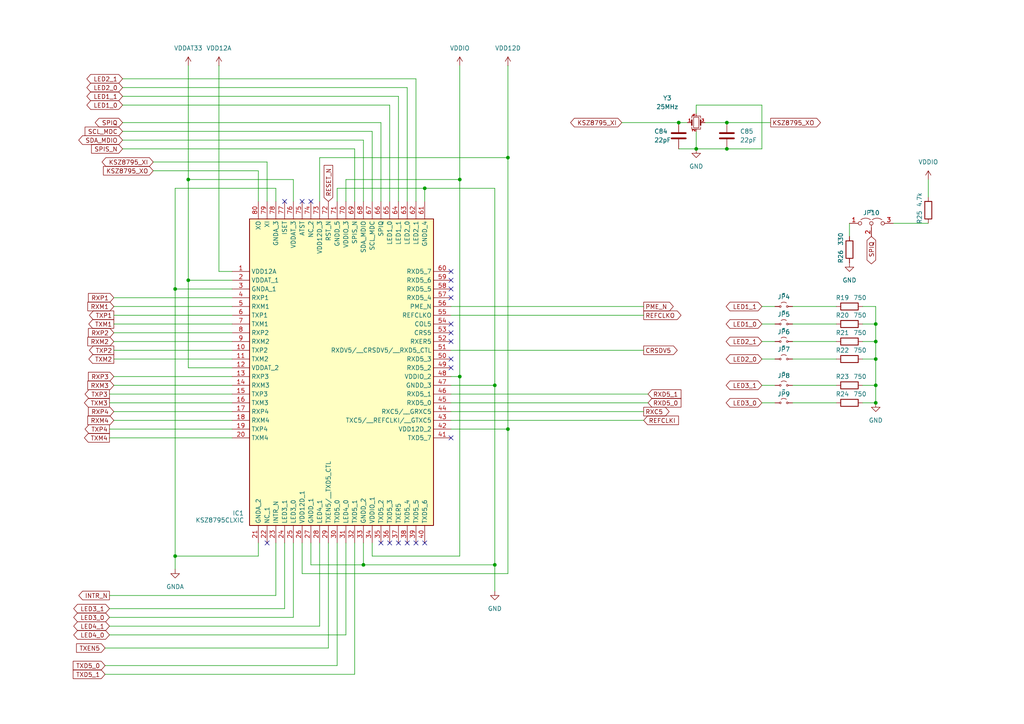
<source format=kicad_sch>
(kicad_sch (version 20250114) (generator "eeschema") (generator_version "9.0")
  (paper "A4")
  (lib_symbols
    (symbol "Device:C" (pin_numbers (hide yes)) (pin_names (offset 0.254))
      (property "Reference" "C" (at 0.635 2.54 0))
      (property "Value" "C" (at 0.635 -2.54 0))
      (symbol "C_0_1"
        (polyline (pts (xy -2.032 0.762) (xy 2.032 0.762)) (stroke (width 0.508)))
        (polyline (pts (xy -2.032 -0.762) (xy 2.032 -0.762)) (stroke (width 0.508)))
      )
      (symbol "C_1_1"
        (pin passive line (at 0 3.81 270) (length 2.794) (name "~") (number "1"))
        (pin passive line (at 0 -3.81 90) (length 2.794) (name "~") (number "2"))
      )
    )
    (symbol "Device:Crystal_GND24_Small" (pin_names (offset 1.016) (hide yes))
      (property "Reference" "Y" (at 1.27 4.445 0))
      (property "Value" "Crystal_GND24_Small" (at 1.27 2.54 0))
      (symbol "Crystal_GND24_Small_0_1"
        (polyline (pts (xy -1.27 1.27) (xy -1.27 1.905) (xy 1.27 1.905) (xy 1.27 1.27)))
        (polyline (pts (xy -1.27 -0.762) (xy -1.27 0.762)) (stroke (width 0.381)))
        (polyline (pts (xy -1.27 -1.27) (xy -1.27 -1.905) (xy 1.27 -1.905) (xy 1.27 -1.27)))
        (rectangle (start -0.762 -1.524) (end 0.762 1.524))
        (polyline (pts (xy 1.27 -0.762) (xy 1.27 0.762)) (stroke (width 0.381)))
      )
      (symbol "Crystal_GND24_Small_1_1"
        (pin passive line (at -2.54 0 0) (length 1.27) (name "1") (number "1"))
        (pin passive line (at 0 2.54 270) (length 0.635) (name "4") (number "4"))
        (pin passive line (at 0 -2.54 90) (length 0.635) (name "2") (number "2"))
        (pin passive line (at 2.54 0 180) (length 1.27) (name "3") (number "3"))
      )
    )
    (symbol "Device:R" (pin_numbers (hide yes)) (pin_names (offset 0))
      (property "Reference" "R" (at 2.032 0 90))
      (property "Value" "R" (at 0 0 90))
      (symbol "R_0_1"
        (rectangle (start -1.016 -2.54) (end 1.016 2.54) (stroke (width 0.254)))
      )
      (symbol "R_1_1"
        (pin passive line (at 0 3.81 270) (length 1.27) (name "~") (number "1"))
        (pin passive line (at 0 -3.81 90) (length 1.27) (name "~") (number "2"))
      )
    )
    (symbol "Jumper:Jumper_2_Small_Open" (pin_numbers (hide yes)) (pin_names (offset 0) (hide yes))
      (property "Reference" "JP" (at 0 2.794 0))
      (property "Value" "Jumper_2_Small_Open" (at 0 -2.286 0))
      (symbol "Jumper_2_Small_Open_0_0"
        (circle (center -1.016 0) (radius 0.254))
        (circle (center 1.016 0) (radius 0.254))
      )
      (symbol "Jumper_2_Small_Open_0_1"
        (arc (start -0.762 1.0196) (mid 0 1.2729) (end 0.762 1.0196))
      )
      (symbol "Jumper_2_Small_Open_1_1"
        (pin passive line (at -2.54 0 0) (length 1.27) (name "A") (number "1"))
        (pin passive line (at 2.54 0 180) (length 1.27) (name "B") (number "2"))
      )
    )
    (symbol "Jumper:Jumper_3_Open" (pin_names (offset 0) (hide yes)) (in_bom no)
      (property "Reference" "JP" (at -2.54 -2.54 0))
      (property "Value" "Jumper_3_Open" (at 0 2.794 0))
      (symbol "Jumper_3_Open_0_0"
        (circle (center -3.302 0) (radius 0.508))
        (circle (center 0 0) (radius 0.508))
        (circle (center 3.302 0) (radius 0.508))
      )
      (symbol "Jumper_3_Open_0_1"
        (arc (start -3.048 1.016) (mid -1.651 1.4992) (end -0.254 1.016))
        (polyline (pts (xy 0 -0.508) (xy 0 -1.27)))
        (arc (start 0.254 1.016) (mid 1.651 1.4992) (end 3.048 1.016))
      )
      (symbol "Jumper_3_Open_1_1"
        (pin passive line (at -6.35 0 0) (length 2.54) (name "A") (number "1"))
        (pin passive line (at 0 -3.81 90) (length 2.54) (name "C") (number "2"))
        (pin passive line (at 6.35 0 180) (length 2.54) (name "B") (number "3"))
      )
    )
    (symbol "SamacSys_Parts:KSZ8795CLXIC"
      (property "Reference" "IC" (at 59.69 20.32 0))
      (property "Value" "KSZ8795CLXIC" (at 59.69 17.78 0))
      (symbol "KSZ8795CLXIC_1_1"
        (rectangle (start 5.08 15.24) (end 58.42 -73.66) (stroke (width 0.254)) (fill (type background)))
        (pin passive line (at 0 0 0) (length 5.08) (name "VDD12A") (number "1"))
        (pin passive line (at 0 -2.54 0) (length 5.08) (name "VDDAT_1") (number "2"))
        (pin passive line (at 0 -5.08 0) (length 5.08) (name "GNDA_1") (number "3"))
        (pin passive line (at 0 -7.62 0) (length 5.08) (name "RXP1") (number "4"))
        (pin passive line (at 0 -10.16 0) (length 5.08) (name "RXM1") (number "5"))
        (pin passive line (at 0 -12.7 0) (length 5.08) (name "TXP1") (number "6"))
        (pin passive line (at 0 -15.24 0) (length 5.08) (name "TXM1") (number "7"))
        (pin passive line (at 0 -17.78 0) (length 5.08) (name "RXP2") (number "8"))
        (pin passive line (at 0 -20.32 0) (length 5.08) (name "RXM2") (number "9"))
        (pin passive line (at 0 -22.86 0) (length 5.08) (name "TXP2") (number "10"))
        (pin passive line (at 0 -25.4 0) (length 5.08) (name "TXM2") (number "11"))
        (pin passive line (at 0 -27.94 0) (length 5.08) (name "VDDAT_2") (number "12"))
        (pin passive line (at 0 -30.48 0) (length 5.08) (name "RXP3") (number "13"))
        (pin passive line (at 0 -33.02 0) (length 5.08) (name "RXM3") (number "14"))
        (pin passive line (at 0 -35.56 0) (length 5.08) (name "TXP3") (number "15"))
        (pin passive line (at 0 -38.1 0) (length 5.08) (name "TXM3") (number "16"))
        (pin passive line (at 0 -40.64 0) (length 5.08) (name "RXP4") (number "17"))
        (pin passive line (at 0 -43.18 0) (length 5.08) (name "RXM4") (number "18"))
        (pin passive line (at 0 -45.72 0) (length 5.08) (name "TXP4") (number "19"))
        (pin passive line (at 0 -48.26 0) (length 5.08) (name "TXM4") (number "20"))
        (pin passive line (at 7.62 20.32 270) (length 5.08) (name "XO") (number "80"))
        (pin passive line (at 7.62 -78.74 90) (length 5.08) (name "GNDA_2") (number "21"))
        (pin passive line (at 10.16 20.32 270) (length 5.08) (name "XI") (number "79"))
        (pin passive line (at 10.16 -78.74 90) (length 5.08) (name "NC_1") (number "22"))
        (pin passive line (at 12.7 20.32 270) (length 5.08) (name "GNDA_3") (number "78"))
        (pin passive line (at 12.7 -78.74 90) (length 5.08) (name "INTR_N") (number "23"))
        (pin passive line (at 15.24 20.32 270) (length 5.08) (name "ISET") (number "77"))
        (pin passive line (at 15.24 -78.74 90) (length 5.08) (name "LED3_1") (number "24"))
        (pin passive line (at 17.78 20.32 270) (length 5.08) (name "VDDAT_3") (number "76"))
        (pin passive line (at 17.78 -78.74 90) (length 5.08) (name "LED3_0") (number "25"))
        (pin passive line (at 20.32 20.32 270) (length 5.08) (name "ATST") (number "75"))
        (pin passive line (at 20.32 -78.74 90) (length 5.08) (name "VDD12D_1") (number "26"))
        (pin passive line (at 22.86 20.32 270) (length 5.08) (name "NC_2") (number "74"))
        (pin passive line (at 22.86 -78.74 90) (length 5.08) (name "GNDD_1") (number "27"))
        (pin passive line (at 25.4 20.32 270) (length 5.08) (name "VDD12D_3") (number "73"))
        (pin passive line (at 25.4 -78.74 90) (length 5.08) (name "LED4_1") (number "28"))
        (pin passive line (at 27.94 20.32 270) (length 5.08) (name "RST_N") (number "72"))
        (pin passive line (at 27.94 -78.74 90) (length 5.08) (name "TXEN5/__TXD5_CTL") (number "29"))
        (pin passive line (at 30.48 20.32 270) (length 5.08) (name "GNDD_5") (number "71"))
        (pin passive line (at 30.48 -78.74 90) (length 5.08) (name "TXD5_0") (number "30"))
        (pin passive line (at 33.02 20.32 270) (length 5.08) (name "VDDIO_3") (number "70"))
        (pin passive line (at 33.02 -78.74 90) (length 5.08) (name "LED4_0") (number "31"))
        (pin passive line (at 35.56 20.32 270) (length 5.08) (name "SPIS_N") (number "69"))
        (pin passive line (at 35.56 -78.74 90) (length 5.08) (name "TXD5_1") (number "32"))
        (pin passive line (at 38.1 20.32 270) (length 5.08) (name "SDA_MDIO") (number "68"))
        (pin passive line (at 38.1 -78.74 90) (length 5.08) (name "GNDD_2") (number "33"))
        (pin passive line (at 40.64 20.32 270) (length 5.08) (name "SCL_MDC") (number "67"))
        (pin passive line (at 40.64 -78.74 90) (length 5.08) (name "VDDIO_1") (number "34"))
        (pin passive line (at 43.18 20.32 270) (length 5.08) (name "SPIQ") (number "66"))
        (pin passive line (at 43.18 -78.74 90) (length 5.08) (name "TXD5_2") (number "35"))
        (pin passive line (at 45.72 20.32 270) (length 5.08) (name "LED1_0") (number "65"))
        (pin passive line (at 45.72 -78.74 90) (length 5.08) (name "TXD5_3") (number "36"))
        (pin passive line (at 48.26 20.32 270) (length 5.08) (name "LED1_1") (number "64"))
        (pin passive line (at 48.26 -78.74 90) (length 5.08) (name "TXER5") (number "37"))
        (pin passive line (at 50.8 20.32 270) (length 5.08) (name "LED2_0") (number "63"))
        (pin passive line (at 50.8 -78.74 90) (length 5.08) (name "TXD5_4") (number "38"))
        (pin passive line (at 53.34 20.32 270) (length 5.08) (name "LED2_1") (number "62"))
        (pin passive line (at 53.34 -78.74 90) (length 5.08) (name "TXD5_5") (number "39"))
        (pin passive line (at 55.88 20.32 270) (length 5.08) (name "GNDD_4") (number "61"))
        (pin passive line (at 55.88 -78.74 90) (length 5.08) (name "TXD5_6") (number "40"))
        (pin passive line (at 63.5 0 180) (length 5.08) (name "RXD5_7") (number "60"))
        (pin passive line (at 63.5 -2.54 180) (length 5.08) (name "RXD5_6") (number "59"))
        (pin passive line (at 63.5 -5.08 180) (length 5.08) (name "RXD5_5") (number "58"))
        (pin passive line (at 63.5 -7.62 180) (length 5.08) (name "RXD5_4") (number "57"))
        (pin passive line (at 63.5 -10.16 180) (length 5.08) (name "PME_N") (number "56"))
        (pin passive line (at 63.5 -12.7 180) (length 5.08) (name "REFCLKO") (number "55"))
        (pin passive line (at 63.5 -15.24 180) (length 5.08) (name "COL5") (number "54"))
        (pin passive line (at 63.5 -17.78 180) (length 5.08) (name "CRS5") (number "53"))
        (pin passive line (at 63.5 -20.32 180) (length 5.08) (name "RXER5") (number "52"))
        (pin passive line (at 63.5 -22.86 180) (length 5.08) (name "RXDV5/__CRSDV5/__RXD5_CTL") (number "51"))
        (pin passive line (at 63.5 -25.4 180) (length 5.08) (name "RXD5_3") (number "50"))
        (pin passive line (at 63.5 -27.94 180) (length 5.08) (name "RXD5_2") (number "49"))
        (pin passive line (at 63.5 -30.48 180) (length 5.08) (name "VDDIO_2") (number "48"))
        (pin passive line (at 63.5 -33.02 180) (length 5.08) (name "GNDD_3") (number "47"))
        (pin passive line (at 63.5 -35.56 180) (length 5.08) (name "RXD5_1") (number "46"))
        (pin passive line (at 63.5 -38.1 180) (length 5.08) (name "RXD5_0") (number "45"))
        (pin passive line (at 63.5 -40.64 180) (length 5.08) (name "RXC5/__GRXC5") (number "44"))
        (pin passive line (at 63.5 -43.18 180) (length 5.08) (name "TXC5/__REFCLKI/__GTXC5") (number "43"))
        (pin passive line (at 63.5 -45.72 180) (length 5.08) (name "VDD12D_2") (number "42"))
        (pin passive line (at 63.5 -48.26 180) (length 5.08) (name "TXD5_7") (number "41"))
      )
    )
    (symbol "power:GND" (power) (pin_numbers (hide yes)) (pin_names (offset 0) (hide yes))
      (property "Value" "GND" (at 0 -3.81 0))
      (symbol "GND_0_1"
        (polyline (pts (xy 0 0) (xy 0 -1.27) (xy 1.27 -1.27) (xy 0 -2.54) (xy -1.27 -1.27) (xy 0 -1.27)))
      )
      (symbol "GND_1_1"
        (pin power_in line (at 0 0 270) (length 0) (name "~") (number "1"))
      )
    )
    (symbol "power:GNDA" (power) (pin_numbers (hide yes)) (pin_names (offset 0) (hide yes))
      (property "Value" "GNDA" (at 0 -3.81 0))
      (symbol "GNDA_0_1"
        (polyline (pts (xy 0 0) (xy 0 -1.27) (xy 1.27 -1.27) (xy 0 -2.54) (xy -1.27 -1.27) (xy 0 -1.27)))
      )
      (symbol "GNDA_1_1"
        (pin power_in line (at 0 0 270) (length 0) (name "~") (number "1"))
      )
    )
    (symbol "power:VDD" (power) (pin_numbers (hide yes)) (pin_names (offset 0) (hide yes))
      (property "Value" "VDD" (at 0 3.556 0))
      (symbol "VDD_0_1"
        (polyline (pts (xy -0.762 1.27) (xy 0 2.54)))
        (polyline (pts (xy 0 2.54) (xy 0.762 1.27)))
        (polyline (pts (xy 0 0) (xy 0 2.54)))
      )
      (symbol "VDD_1_1"
        (pin power_in line (at 0 0 90) (length 0) (name "~") (number "1"))
      )
    )
    (symbol "power:VDDA" (power) (pin_numbers (hide yes)) (pin_names (offset 0) (hide yes))
      (property "Value" "VDDA" (at 0 3.556 0))
      (symbol "VDDA_0_1"
        (polyline (pts (xy -0.762 1.27) (xy 0 2.54)))
        (polyline (pts (xy 0 2.54) (xy 0.762 1.27)))
        (polyline (pts (xy 0 0) (xy 0 2.54)))
      )
      (symbol "VDDA_1_1"
        (pin power_in line (at 0 0 90) (length 0) (name "~") (number "1"))
      )
    )
  )
  (junction (at 210.82 35.56))
  (junction (at 210.82 43.18))
  (junction (at 54.61 81.28))
  (junction (at 50.8 83.82))
  (junction (at 254 111.76))
  (junction (at 147.32 124.46))
  (junction (at 143.51 111.76))
  (junction (at 123.19 54.61))
  (junction (at 105.41 163.83))
  (junction (at 254 116.84))
  (junction (at 254 99.06))
  (junction (at 147.32 45.72))
  (junction (at 54.61 52.07))
  (junction (at 133.35 109.22))
  (junction (at 50.8 161.29))
  (junction (at 133.35 52.07))
  (junction (at 196.85 35.56))
  (junction (at 254 93.98))
  (junction (at 254 104.14))
  (junction (at 143.51 163.83))
  (junction (at 201.93 43.18))
  (no_connect (at 130.81 78.74))
  (no_connect (at 110.49 157.48))
  (no_connect (at 118.11 157.48))
  (no_connect (at 130.81 99.06))
  (no_connect (at 130.81 104.14))
  (no_connect (at 120.65 157.48))
  (no_connect (at 82.55 58.42))
  (no_connect (at 113.03 157.48))
  (no_connect (at 130.81 81.28))
  (no_connect (at 130.81 93.98))
  (no_connect (at 130.81 86.36))
  (no_connect (at 77.47 157.48))
  (no_connect (at 90.17 58.42))
  (no_connect (at 123.19 157.48))
  (no_connect (at 130.81 83.82))
  (no_connect (at 130.81 106.68))
  (no_connect (at 115.57 157.48))
  (no_connect (at 130.81 96.52))
  (no_connect (at 87.63 58.42))
  (no_connect (at 130.81 127))
  (wire (pts (xy 229.87 104.14) (xy 242.57 104.14)))
  (wire (pts (xy 54.61 81.28) (xy 67.31 81.28)))
  (wire (pts (xy 92.71 45.72) (xy 147.32 45.72)))
  (wire (pts (xy 130.81 121.92) (xy 186.69 121.92)))
  (wire (pts (xy 246.38 64.77) (xy 246.38 68.58)))
  (wire (pts (xy 143.51 54.61) (xy 143.51 111.76)))
  (wire (pts (xy 130.81 109.22) (xy 133.35 109.22)))
  (wire (pts (xy 147.32 166.37) (xy 87.63 166.37)))
  (wire (pts (xy 50.8 54.61) (xy 50.8 83.82)))
  (wire (pts (xy 35.56 43.18) (xy 102.87 43.18)))
  (wire (pts (xy 254 111.76) (xy 254 116.84)))
  (wire (pts (xy 33.02 91.44) (xy 67.31 91.44)))
  (wire (pts (xy 123.19 54.61) (xy 143.51 54.61)))
  (wire (pts (xy 250.19 111.76) (xy 254 111.76)))
  (wire (pts (xy 35.56 27.94) (xy 115.57 27.94)))
  (wire (pts (xy 97.79 157.48) (xy 97.79 193.04)))
  (wire (pts (xy 97.79 54.61) (xy 123.19 54.61)))
  (wire (pts (xy 204.47 35.56) (xy 210.82 35.56)))
  (wire (pts (xy 143.51 111.76) (xy 143.51 163.83)))
  (wire (pts (xy 220.98 104.14) (xy 224.79 104.14)))
  (wire (pts (xy 35.56 38.1) (xy 107.95 38.1)))
  (wire (pts (xy 33.02 121.92) (xy 67.31 121.92)))
  (wire (pts (xy 35.56 40.64) (xy 105.41 40.64)))
  (wire (pts (xy 130.81 111.76) (xy 143.51 111.76)))
  (wire (pts (xy 105.41 157.48) (xy 105.41 163.83)))
  (wire (pts (xy 33.02 101.6) (xy 67.31 101.6)))
  (wire (pts (xy 33.02 99.06) (xy 67.31 99.06)))
  (wire (pts (xy 67.31 106.68) (xy 54.61 106.68)))
  (wire (pts (xy 118.11 58.42) (xy 118.11 25.4)))
  (wire (pts (xy 130.81 119.38) (xy 186.69 119.38)))
  (wire (pts (xy 229.87 111.76) (xy 242.57 111.76)))
  (wire (pts (xy 87.63 157.48) (xy 87.63 166.37)))
  (wire (pts (xy 105.41 58.42) (xy 105.41 40.64)))
  (wire (pts (xy 229.87 88.9) (xy 242.57 88.9)))
  (wire (pts (xy 54.61 52.07) (xy 54.61 81.28)))
  (wire (pts (xy 33.02 104.14) (xy 67.31 104.14)))
  (wire (pts (xy 130.81 114.3) (xy 187.96 114.3)))
  (wire (pts (xy 147.32 124.46) (xy 147.32 166.37)))
  (wire (pts (xy 250.19 88.9) (xy 254 88.9)))
  (wire (pts (xy 201.93 30.48) (xy 220.98 30.48)))
  (wire (pts (xy 67.31 78.74) (xy 63.5 78.74)))
  (wire (pts (xy 107.95 157.48) (xy 107.95 161.29)))
  (wire (pts (xy 254 104.14) (xy 254 111.76)))
  (wire (pts (xy 115.57 58.42) (xy 115.57 27.94)))
  (wire (pts (xy 130.81 116.84) (xy 187.96 116.84)))
  (wire (pts (xy 269.24 52.07) (xy 269.24 57.15)))
  (wire (pts (xy 31.75 172.72) (xy 80.01 172.72)))
  (wire (pts (xy 74.93 49.53) (xy 74.93 58.42)))
  (wire (pts (xy 220.98 116.84) (xy 224.79 116.84)))
  (wire (pts (xy 33.02 88.9) (xy 67.31 88.9)))
  (wire (pts (xy 30.48 187.96) (xy 95.25 187.96)))
  (wire (pts (xy 120.65 58.42) (xy 120.65 22.86)))
  (wire (pts (xy 33.02 93.98) (xy 67.31 93.98)))
  (wire (pts (xy 250.19 93.98) (xy 254 93.98)))
  (wire (pts (xy 196.85 35.56) (xy 199.39 35.56)))
  (wire (pts (xy 100.33 157.48) (xy 100.33 184.15)))
  (wire (pts (xy 54.61 52.07) (xy 85.09 52.07)))
  (wire (pts (xy 229.87 99.06) (xy 242.57 99.06)))
  (wire (pts (xy 97.79 58.42) (xy 97.79 54.61)))
  (wire (pts (xy 44.45 46.99) (xy 77.47 46.99)))
  (wire (pts (xy 95.25 157.48) (xy 95.25 187.96)))
  (wire (pts (xy 259.08 64.77) (xy 269.24 64.77)))
  (wire (pts (xy 63.5 19.05) (xy 63.5 78.74)))
  (wire (pts (xy 133.35 109.22) (xy 133.35 161.29)))
  (wire (pts (xy 74.93 161.29) (xy 50.8 161.29)))
  (wire (pts (xy 130.81 88.9) (xy 186.69 88.9)))
  (wire (pts (xy 31.75 124.46) (xy 67.31 124.46)))
  (wire (pts (xy 147.32 19.05) (xy 147.32 45.72)))
  (wire (pts (xy 254 93.98) (xy 254 99.06)))
  (wire (pts (xy 35.56 25.4) (xy 118.11 25.4)))
  (wire (pts (xy 210.82 35.56) (xy 223.52 35.56)))
  (wire (pts (xy 33.02 119.38) (xy 67.31 119.38)))
  (wire (pts (xy 105.41 163.83) (xy 143.51 163.83)))
  (wire (pts (xy 107.95 161.29) (xy 133.35 161.29)))
  (wire (pts (xy 85.09 157.48) (xy 85.09 179.07)))
  (wire (pts (xy 31.75 184.15) (xy 100.33 184.15)))
  (wire (pts (xy 54.61 81.28) (xy 54.61 106.68)))
  (wire (pts (xy 100.33 52.07) (xy 133.35 52.07)))
  (wire (pts (xy 100.33 58.42) (xy 100.33 52.07)))
  (wire (pts (xy 85.09 52.07) (xy 85.09 58.42)))
  (wire (pts (xy 147.32 45.72) (xy 147.32 124.46)))
  (wire (pts (xy 250.19 116.84) (xy 254 116.84)))
  (wire (pts (xy 74.93 157.48) (xy 74.93 161.29)))
  (wire (pts (xy 80.01 54.61) (xy 50.8 54.61)))
  (wire (pts (xy 90.17 163.83) (xy 105.41 163.83)))
  (wire (pts (xy 102.87 58.42) (xy 102.87 43.18)))
  (wire (pts (xy 31.75 176.53) (xy 82.55 176.53)))
  (wire (pts (xy 220.98 88.9) (xy 224.79 88.9)))
  (wire (pts (xy 123.19 54.61) (xy 123.19 58.42)))
  (wire (pts (xy 35.56 30.48) (xy 113.03 30.48)))
  (wire (pts (xy 31.75 116.84) (xy 67.31 116.84)))
  (wire (pts (xy 31.75 114.3) (xy 67.31 114.3)))
  (wire (pts (xy 220.98 99.06) (xy 224.79 99.06)))
  (wire (pts (xy 80.01 58.42) (xy 80.01 54.61)))
  (wire (pts (xy 54.61 19.05) (xy 54.61 52.07)))
  (wire (pts (xy 82.55 157.48) (xy 82.55 176.53)))
  (wire (pts (xy 31.75 181.61) (xy 92.71 181.61)))
  (wire (pts (xy 180.34 35.56) (xy 196.85 35.56)))
  (wire (pts (xy 130.81 124.46) (xy 147.32 124.46)))
  (wire (pts (xy 220.98 93.98) (xy 224.79 93.98)))
  (wire (pts (xy 90.17 157.48) (xy 90.17 163.83)))
  (wire (pts (xy 133.35 52.07) (xy 133.35 109.22)))
  (wire (pts (xy 33.02 86.36) (xy 67.31 86.36)))
  (wire (pts (xy 201.93 33.02) (xy 201.93 30.48)))
  (wire (pts (xy 229.87 93.98) (xy 242.57 93.98)))
  (wire (pts (xy 33.02 96.52) (xy 67.31 96.52)))
  (wire (pts (xy 250.19 104.14) (xy 254 104.14)))
  (wire (pts (xy 254 99.06) (xy 254 104.14)))
  (wire (pts (xy 229.87 116.84) (xy 242.57 116.84)))
  (wire (pts (xy 30.48 193.04) (xy 97.79 193.04)))
  (wire (pts (xy 50.8 161.29) (xy 50.8 165.1)))
  (wire (pts (xy 92.71 157.48) (xy 92.71 181.61)))
  (wire (pts (xy 35.56 35.56) (xy 110.49 35.56)))
  (wire (pts (xy 67.31 83.82) (xy 50.8 83.82)))
  (wire (pts (xy 143.51 163.83) (xy 143.51 171.45)))
  (wire (pts (xy 92.71 45.72) (xy 92.71 58.42)))
  (wire (pts (xy 44.45 49.53) (xy 74.93 49.53)))
  (wire (pts (xy 50.8 83.82) (xy 50.8 161.29)))
  (wire (pts (xy 201.93 38.1) (xy 201.93 43.18)))
  (wire (pts (xy 210.82 43.18) (xy 220.98 43.18)))
  (wire (pts (xy 133.35 19.05) (xy 133.35 52.07)))
  (wire (pts (xy 31.75 179.07) (xy 85.09 179.07)))
  (wire (pts (xy 196.85 43.18) (xy 201.93 43.18)))
  (wire (pts (xy 35.56 22.86) (xy 120.65 22.86)))
  (wire (pts (xy 130.81 101.6) (xy 186.69 101.6)))
  (wire (pts (xy 107.95 58.42) (xy 107.95 38.1)))
  (wire (pts (xy 250.19 99.06) (xy 254 99.06)))
  (wire (pts (xy 220.98 111.76) (xy 224.79 111.76)))
  (wire (pts (xy 33.02 111.76) (xy 67.31 111.76)))
  (wire (pts (xy 113.03 58.42) (xy 113.03 30.48)))
  (wire (pts (xy 110.49 58.42) (xy 110.49 35.56)))
  (wire (pts (xy 201.93 43.18) (xy 210.82 43.18)))
  (wire (pts (xy 254 88.9) (xy 254 93.98)))
  (wire (pts (xy 102.87 157.48) (xy 102.87 195.58)))
  (wire (pts (xy 33.02 109.22) (xy 67.31 109.22)))
  (wire (pts (xy 31.75 127) (xy 67.31 127)))
  (wire (pts (xy 77.47 46.99) (xy 77.47 58.42)))
  (wire (pts (xy 30.48 195.58) (xy 102.87 195.58)))
  (wire (pts (xy 220.98 30.48) (xy 220.98 43.18)))
  (wire (pts (xy 80.01 157.48) (xy 80.01 172.72)))
  (wire (pts (xy 130.81 91.44) (xy 186.69 91.44)))
  (global_label "SPIS_N" (shape input) (at 35.56 43.18 180) (property "Intersheetrefs" "${INTERSHEET_REFS}" (effects (hide yes))))
  (global_label "LED2_0" (shape bidirectional) (at 35.56 25.4 180) (property "Intersheetrefs" "${INTERSHEET_REFS}" (effects (hide yes))))
  (global_label "REFCLKO" (shape output) (at 186.69 91.44 0) (property "Intersheetrefs" "${INTERSHEET_REFS}" (effects (hide yes))))
  (global_label "RXM3" (shape input) (at 33.02 111.76 180) (property "Intersheetrefs" "${INTERSHEET_REFS}" (effects (hide yes))))
  (global_label "KSZ8795_XO" (shape output) (at 223.52 35.56 0) (property "Intersheetrefs" "${INTERSHEET_REFS}" (effects (hide yes))))
  (global_label "KSZ8795_XI" (shape bidirectional) (at 180.34 35.56 180) (property "Intersheetrefs" "${INTERSHEET_REFS}" (effects (hide yes))))
  (global_label "RXP1" (shape input) (at 33.02 86.36 180) (property "Intersheetrefs" "${INTERSHEET_REFS}" (effects (hide yes))))
  (global_label "TXP3" (shape output) (at 31.75 114.3 180) (property "Intersheetrefs" "${INTERSHEET_REFS}" (effects (hide yes))))
  (global_label "RXM4" (shape input) (at 33.02 121.92 180) (property "Intersheetrefs" "${INTERSHEET_REFS}" (effects (hide yes))))
  (global_label "TXP4" (shape output) (at 31.75 124.46 180) (property "Intersheetrefs" "${INTERSHEET_REFS}" (effects (hide yes))))
  (global_label "LED3_1" (shape bidirectional) (at 31.75 176.53 180) (property "Intersheetrefs" "${INTERSHEET_REFS}" (effects (hide yes))))
  (global_label "RXD5_0" (shape input) (at 187.96 116.84 0) (property "Intersheetrefs" "${INTERSHEET_REFS}" (effects (hide yes))))
  (global_label "SDA_MDIO" (shape bidirectional) (at 35.56 40.64 180) (property "Intersheetrefs" "${INTERSHEET_REFS}" (effects (hide yes))))
  (global_label "RXM2" (shape input) (at 33.02 99.06 180) (property "Intersheetrefs" "${INTERSHEET_REFS}" (effects (hide yes))))
  (global_label "REFCLKI" (shape input) (at 186.69 121.92 0) (property "Intersheetrefs" "${INTERSHEET_REFS}" (effects (hide yes))))
  (global_label "KSZ8795_XI" (shape bidirectional) (at 44.45 46.99 180) (property "Intersheetrefs" "${INTERSHEET_REFS}" (effects (hide yes))))
  (global_label "SPIQ" (shape bidirectional) (at 252.73 68.58 270) (property "Intersheetrefs" "${INTERSHEET_REFS}" (effects (hide yes))))
  (global_label "RXP2" (shape input) (at 33.02 96.52 180) (property "Intersheetrefs" "${INTERSHEET_REFS}" (effects (hide yes))))
  (global_label "LED1_0" (shape bidirectional) (at 35.56 30.48 180) (property "Intersheetrefs" "${INTERSHEET_REFS}" (effects (hide yes))))
  (global_label "TXM3" (shape output) (at 31.75 116.84 180) (property "Intersheetrefs" "${INTERSHEET_REFS}" (effects (hide yes))))
  (global_label "RXP4" (shape input) (at 33.02 119.38 180) (property "Intersheetrefs" "${INTERSHEET_REFS}" (effects (hide yes))))
  (global_label "RXP3" (shape input) (at 33.02 109.22 180) (property "Intersheetrefs" "${INTERSHEET_REFS}" (effects (hide yes))))
  (global_label "RESET_N" (shape input) (at 95.25 58.42 90) (property "Intersheetrefs" "${INTERSHEET_REFS}" (effects (hide yes))))
  (global_label "LED3_0" (shape bidirectional) (at 220.98 116.84 180) (property "Intersheetrefs" "${INTERSHEET_REFS}" (effects (hide yes))))
  (global_label "LED4_0" (shape bidirectional) (at 31.75 184.15 180) (property "Intersheetrefs" "${INTERSHEET_REFS}" (effects (hide yes))))
  (global_label "LED2_1" (shape bidirectional) (at 220.98 99.06 180) (property "Intersheetrefs" "${INTERSHEET_REFS}" (effects (hide yes))))
  (global_label "TXP2" (shape output) (at 33.02 101.6 180) (property "Intersheetrefs" "${INTERSHEET_REFS}" (effects (hide yes))))
  (global_label "SPIQ" (shape bidirectional) (at 35.56 35.56 180) (property "Intersheetrefs" "${INTERSHEET_REFS}" (effects (hide yes))))
  (global_label "KSZ8795_XO" (shape input) (at 44.45 49.53 180) (property "Intersheetrefs" "${INTERSHEET_REFS}" (effects (hide yes))))
  (global_label "LED2_1" (shape bidirectional) (at 35.56 22.86 180) (property "Intersheetrefs" "${INTERSHEET_REFS}" (effects (hide yes))))
  (global_label "TXM1" (shape output) (at 33.02 93.98 180) (property "Intersheetrefs" "${INTERSHEET_REFS}" (effects (hide yes))))
  (global_label "PME_N" (shape output) (at 186.69 88.9 0) (property "Intersheetrefs" "${INTERSHEET_REFS}" (effects (hide yes))))
  (global_label "LED1_1" (shape bidirectional) (at 220.98 88.9 180) (property "Intersheetrefs" "${INTERSHEET_REFS}" (effects (hide yes))))
  (global_label "RXC5" (shape output) (at 186.69 119.38 0) (property "Intersheetrefs" "${INTERSHEET_REFS}" (effects (hide yes))))
  (global_label "LED1_0" (shape bidirectional) (at 220.98 93.98 180) (property "Intersheetrefs" "${INTERSHEET_REFS}" (effects (hide yes))))
  (global_label "TXM2" (shape output) (at 33.02 104.14 180) (property "Intersheetrefs" "${INTERSHEET_REFS}" (effects (hide yes))))
  (global_label "LED2_0" (shape bidirectional) (at 220.98 104.14 180) (property "Intersheetrefs" "${INTERSHEET_REFS}" (effects (hide yes))))
  (global_label "CRSDV5" (shape output) (at 186.69 101.6 0) (property "Intersheetrefs" "${INTERSHEET_REFS}" (effects (hide yes))))
  (global_label "TXD5_1" (shape input) (at 30.48 195.58 180) (property "Intersheetrefs" "${INTERSHEET_REFS}" (effects (hide yes))))
  (global_label "LED1_1" (shape bidirectional) (at 35.56 27.94 180) (property "Intersheetrefs" "${INTERSHEET_REFS}" (effects (hide yes))))
  (global_label "TXEN5" (shape input) (at 30.48 187.96 180) (property "Intersheetrefs" "${INTERSHEET_REFS}" (effects (hide yes))))
  (global_label "RXM1" (shape input) (at 33.02 88.9 180) (property "Intersheetrefs" "${INTERSHEET_REFS}" (effects (hide yes))))
  (global_label "TXD5_0" (shape input) (at 30.48 193.04 180) (property "Intersheetrefs" "${INTERSHEET_REFS}" (effects (hide yes))))
  (global_label "LED4_1" (shape bidirectional) (at 31.75 181.61 180) (property "Intersheetrefs" "${INTERSHEET_REFS}" (effects (hide yes))))
  (global_label "RXD5_1" (shape input) (at 187.96 114.3 0) (property "Intersheetrefs" "${INTERSHEET_REFS}" (effects (hide yes))))
  (global_label "TXP1" (shape output) (at 33.02 91.44 180) (property "Intersheetrefs" "${INTERSHEET_REFS}" (effects (hide yes))))
  (global_label "INTR_N" (shape output) (at 31.75 172.72 180) (property "Intersheetrefs" "${INTERSHEET_REFS}" (effects (hide yes))))
  (global_label "LED3_1" (shape bidirectional) (at 220.98 111.76 180) (property "Intersheetrefs" "${INTERSHEET_REFS}" (effects (hide yes))))
  (global_label "SCL_MDC" (shape input) (at 35.56 38.1 180) (property "Intersheetrefs" "${INTERSHEET_REFS}" (effects (hide yes))))
  (global_label "TXM4" (shape output) (at 31.75 127 180) (property "Intersheetrefs" "${INTERSHEET_REFS}" (effects (hide yes))))
  (global_label "LED3_0" (shape bidirectional) (at 31.75 179.07 180) (property "Intersheetrefs" "${INTERSHEET_REFS}" (effects (hide yes))))
  (symbol (lib_id "Device:R") (at 246.38 93.98 90) (unit 1)
    (property "Reference" "R20" (at 244.348 91.44 90))
    (property "Value" "750" (at 249.428 91.44 90))
    (property "Footprint" "Resistor_SMD:R_0603_1608Metric" (effects (hide yes)))
    (property "Description" "Resistor" (effects (hide yes)))
  )
  (symbol (lib_id "power:GNDA") (at 50.8 165.1 0) (unit 1)
    (property "Reference" "#PWR034" (effects (hide yes)))
    (property "Value" "GNDA" (at 50.8 170.18 0))
    (property "Description" "Power symbol creates a global label with name \"GNDA\" , analog ground" (effects (hide yes)))
  )
  (symbol (lib_id "Jumper:Jumper_2_Small_Open") (at 227.33 88.9 0) (unit 1)
    (property "Reference" "JP4" (at 227.33 86.106 0))
    (property "Value" "~" (at 227.33 85.09 0))
    (property "Footprint" "Jumper:SolderJumper-2_P1.3mm_Open_RoundedPad1.0x1.5mm" (effects (hide yes)))
    (property "Description" "Jumper, 2-pole, small symbol, open" (effects (hide yes)))
  )
  (symbol (lib_id "Device:R") (at 246.38 116.84 90) (unit 1)
    (property "Reference" "R24" (at 244.348 114.3 90))
    (property "Value" "750" (at 249.428 114.3 90))
    (property "Footprint" "Resistor_SMD:R_0603_1608Metric" (effects (hide yes)))
    (property "Description" "Resistor" (effects (hide yes)))
  )
  (symbol (lib_id "Device:R") (at 269.24 60.96 180) (unit 1)
    (property "Reference" "R25" (at 266.7 62.992 90))
    (property "Value" "4.7k" (at 266.7 57.912 90))
    (property "Footprint" "Resistor_SMD:R_0603_1608Metric" (effects (hide yes)))
    (property "Description" "Resistor" (effects (hide yes)))
  )
  (symbol (lib_id "power:VDDA") (at 54.61 19.05 0) (unit 1)
    (property "Reference" "#PWR032" (effects (hide yes)))
    (property "Value" "VDDAT33" (at 54.61 13.97 0))
    (property "Description" "Power symbol creates a global label with name \"VDDA\"" (effects (hide yes)))
  )
  (symbol (lib_id "power:GND") (at 201.93 43.18 0) (unit 1)
    (property "Reference" "#PWR088" (effects (hide yes)))
    (property "Value" "GND" (at 201.93 48.26 0))
    (property "Description" "Power symbol creates a global label with name \"GND\" , ground" (effects (hide yes)))
  )
  (symbol (lib_id "Device:C") (at 196.85 39.37 0) (unit 1)
    (property "Reference" "C84" (at 189.738 38.1 0) (effects (justify left)))
    (property "Value" "22pF" (at 189.738 40.64 0) (effects (justify left)))
    (property "Footprint" "Capacitor_SMD:C_0603_1608Metric" (effects (hide yes)))
    (property "Description" "Unpolarized capacitor" (effects (hide yes)))
  )
  (symbol (lib_id "SamacSys_Parts:KSZ8795CLXIC") (at 67.31 78.74 0) (unit 1)
    (property "Reference" "IC1" (at 69.088 148.844 0))
    (property "Value" "KSZ8795CLXIC" (at 63.754 150.876 0))
    (property "Footprint" "SamaSys_Parts:QFP40P1200X1200X160-80N" (effects (hide yes)))
    (property "Datasheet" "http://ww1.microchip.com/downloads/en/DeviceDoc/00002112B.pdf" (effects (hide yes)))
    (property "Description" "Ethernet ICs 5-Port 10/100 with RGMII/GMII" (effects (hide yes)))
    (property "Height" "1.6" (effects (hide yes)))
    (property "Manufacturer_Name" "Microchip" (effects (hide yes)))
    (property "Manufacturer_Part_Number" "KSZ8795CLXIC" (effects (hide yes)))
    (property "Mouser Part Number" "998-KSZ8795CLXIC" (effects (hide yes)))
    (property "Mouser Price/Stock" "https://www.mouser.co.uk/ProductDetail/Microchip-Technology/KSZ8795CLXIC?qs=%2Fc0cCNcL7Xwz7Lx%2FE%2FRbpQ%3D%3D" (effects (hide yes)))
    (property "Arrow Part Number" "KSZ8795CLXIC" (effects (hide yes)))
    (property "Arrow Price/Stock" "https://www.arrow.com/en/products/ksz8795clxic/microchip-technology?region=nac" (effects (hide yes)))
  )
  (symbol (lib_id "Jumper:Jumper_3_Open") (at 252.73 64.77 0) (unit 1) (in_bom no)
    (property "Reference" "JP10" (at 252.73 61.722 0))
    (property "Value" "~" (at 252.73 60.96 0))
    (property "Footprint" "Jumper:SolderJumper-3_P1.3mm_Open_RoundedPad1.0x1.5mm_NumberLabels" (effects (hide yes)))
    (property "Description" "Jumper, 3-pole, both open" (effects (hide yes)))
  )
  (symbol (lib_id "Jumper:Jumper_2_Small_Open") (at 227.33 99.06 0) (unit 1)
    (property "Reference" "JP6" (at 227.33 96.266 0))
    (property "Value" "~" (at 227.33 95.25 0))
    (property "Footprint" "Jumper:SolderJumper-2_P1.3mm_Open_RoundedPad1.0x1.5mm" (effects (hide yes)))
    (property "Description" "Jumper, 2-pole, small symbol, open" (effects (hide yes)))
  )
  (symbol (lib_id "power:VDDA") (at 63.5 19.05 0) (unit 1)
    (property "Reference" "#PWR029" (effects (hide yes)))
    (property "Value" "VDD12A" (at 63.5 13.97 0))
    (property "Description" "Power symbol creates a global label with name \"VDDA\"" (effects (hide yes)))
  )
  (symbol (lib_id "Device:R") (at 246.38 72.39 180) (unit 1)
    (property "Reference" "R26" (at 243.84 74.422 90))
    (property "Value" "330" (at 243.84 69.342 90))
    (property "Footprint" "Resistor_SMD:R_0603_1608Metric" (effects (hide yes)))
    (property "Description" "Resistor" (effects (hide yes)))
  )
  (symbol (lib_id "power:GND") (at 246.38 76.2 0) (unit 1)
    (property "Reference" "#PWR091" (effects (hide yes)))
    (property "Value" "GND" (at 246.38 81.28 0))
    (property "Description" "Power symbol creates a global label with name \"GND\" , ground" (effects (hide yes)))
  )
  (symbol (lib_id "Jumper:Jumper_2_Small_Open") (at 227.33 116.84 0) (unit 1)
    (property "Reference" "JP9" (at 227.33 114.3 0))
    (property "Value" "~" (at 227.33 113.03 0))
    (property "Footprint" "Jumper:SolderJumper-2_P1.3mm_Open_RoundedPad1.0x1.5mm" (effects (hide yes)))
    (property "Description" "Jumper, 2-pole, small symbol, open" (effects (hide yes)))
  )
  (symbol (lib_id "Device:R") (at 246.38 104.14 90) (unit 1)
    (property "Reference" "R22" (at 244.348 101.6 90))
    (property "Value" "750" (at 249.428 101.6 90))
    (property "Footprint" "Resistor_SMD:R_0603_1608Metric" (effects (hide yes)))
    (property "Description" "Resistor" (effects (hide yes)))
  )
  (symbol (lib_id "Jumper:Jumper_2_Small_Open") (at 227.33 93.98 0) (unit 1)
    (property "Reference" "JP5" (at 227.33 91.186 0))
    (property "Value" "~" (at 227.33 90.17 0))
    (property "Footprint" "Jumper:SolderJumper-2_P1.3mm_Open_RoundedPad1.0x1.5mm" (effects (hide yes)))
    (property "Description" "Jumper, 2-pole, small symbol, open" (effects (hide yes)))
  )
  (symbol (lib_id "power:GND") (at 143.51 171.45 0) (unit 1)
    (property "Reference" "#PWR010" (effects (hide yes)))
    (property "Value" "GND" (at 143.51 176.53 0))
    (property "Description" "Power symbol creates a global label with name \"GND\" , ground" (effects (hide yes)))
  )
  (symbol (lib_id "Device:R") (at 246.38 111.76 90) (unit 1)
    (property "Reference" "R23" (at 244.348 109.22 90))
    (property "Value" "750" (at 249.428 109.22 90))
    (property "Footprint" "Resistor_SMD:R_0603_1608Metric" (effects (hide yes)))
    (property "Description" "Resistor" (effects (hide yes)))
  )
  (symbol (lib_id "Jumper:Jumper_2_Small_Open") (at 227.33 111.76 0) (unit 1)
    (property "Reference" "JP8" (at 227.33 108.966 0))
    (property "Value" "~" (at 227.33 107.95 0))
    (property "Footprint" "Jumper:SolderJumper-2_P1.3mm_Open_RoundedPad1.0x1.5mm" (effects (hide yes)))
    (property "Description" "Jumper, 2-pole, small symbol, open" (effects (hide yes)))
  )
  (symbol (lib_id "Device:Crystal_GND24_Small") (at 201.93 35.56 0) (unit 1)
    (property "Reference" "Y3" (at 193.548 28.448 0))
    (property "Value" "25MHz" (at 193.548 30.988 0))
    (property "Footprint" "Crystal:Crystal_SMD_0603-4Pin_6.0x3.5mm" (effects (hide yes)))
    (property "Description" "Four pin crystal, GND on pins 2 and 4, small symbol" (effects (hide yes)))
  )
  (symbol (lib_id "Device:C") (at 210.82 39.37 0) (unit 1)
    (property "Reference" "C85" (at 214.63 38.0999 0) (effects (justify left)))
    (property "Value" "22pF" (at 214.63 40.6399 0) (effects (justify left)))
    (property "Footprint" "Capacitor_SMD:C_0603_1608Metric" (effects (hide yes)))
    (property "Description" "Unpolarized capacitor" (effects (hide yes)))
  )
  (symbol (lib_id "power:VDD") (at 147.32 19.05 0) (unit 1)
    (property "Reference" "#PWR030" (effects (hide yes)))
    (property "Value" "VDD12D" (at 147.32 13.97 0))
    (property "Description" "Power symbol creates a global label with name \"VDD\"" (effects (hide yes)))
  )
  (symbol (lib_id "power:VDD") (at 269.24 52.07 0) (unit 1)
    (property "Reference" "#PWR090" (effects (hide yes)))
    (property "Value" "VDDIO" (at 269.24 46.99 0))
    (property "Description" "Power symbol creates a global label with name \"VDD\"" (effects (hide yes)))
  )
  (symbol (lib_id "power:VDD") (at 133.35 19.05 0) (unit 1)
    (property "Reference" "#PWR031" (effects (hide yes)))
    (property "Value" "VDDIO" (at 133.35 13.97 0))
    (property "Description" "Power symbol creates a global label with name \"VDD\"" (effects (hide yes)))
  )
  (symbol (lib_id "Jumper:Jumper_2_Small_Open") (at 227.33 104.14 0) (unit 1)
    (property "Reference" "JP7" (at 227.33 101.346 0))
    (property "Value" "~" (at 227.33 100.33 0))
    (property "Footprint" "Jumper:SolderJumper-2_P1.3mm_Open_RoundedPad1.0x1.5mm" (effects (hide yes)))
    (property "Description" "Jumper, 2-pole, small symbol, open" (effects (hide yes)))
  )
  (symbol (lib_id "Device:R") (at 246.38 88.9 90) (unit 1)
    (property "Reference" "R19" (at 244.348 86.36 90))
    (property "Value" "750" (at 249.428 86.36 90))
    (property "Footprint" "Resistor_SMD:R_0603_1608Metric" (effects (hide yes)))
    (property "Description" "Resistor" (effects (hide yes)))
  )
  (symbol (lib_id "power:GND") (at 254 116.84 0) (unit 1)
    (property "Reference" "#PWR089" (effects (hide yes)))
    (property "Value" "GND" (at 254 121.92 0))
    (property "Description" "Power symbol creates a global label with name \"GND\" , ground" (effects (hide yes)))
  )
  (symbol (lib_id "Device:R") (at 246.38 99.06 90) (unit 1)
    (property "Reference" "R21" (at 244.348 96.52 90))
    (property "Value" "750" (at 249.428 96.52 90))
    (property "Footprint" "Resistor_SMD:R_0603_1608Metric" (effects (hide yes)))
    (property "Description" "Resistor" (effects (hide yes)))
  )
)
</source>
